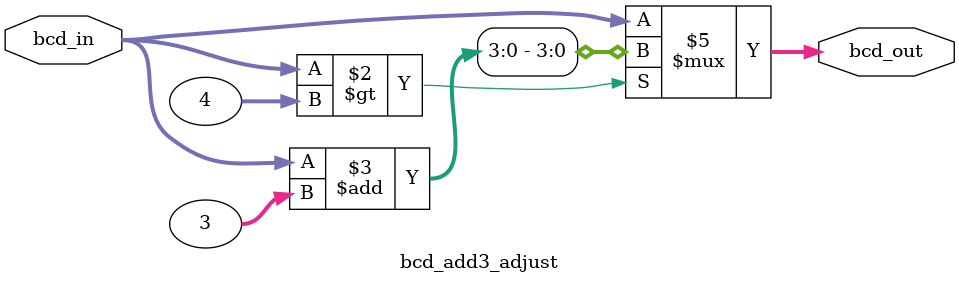
<source format=v>
module bcd_add3_adjust (
    input wire [3:0] bcd_in,
    output reg [3:0] bcd_out
);

    always @(*) begin
        if (bcd_in > 4) begin
            bcd_out = bcd_in + 3;
        end else begin
            bcd_out = bcd_in;
        end
    end

endmodule

</source>
